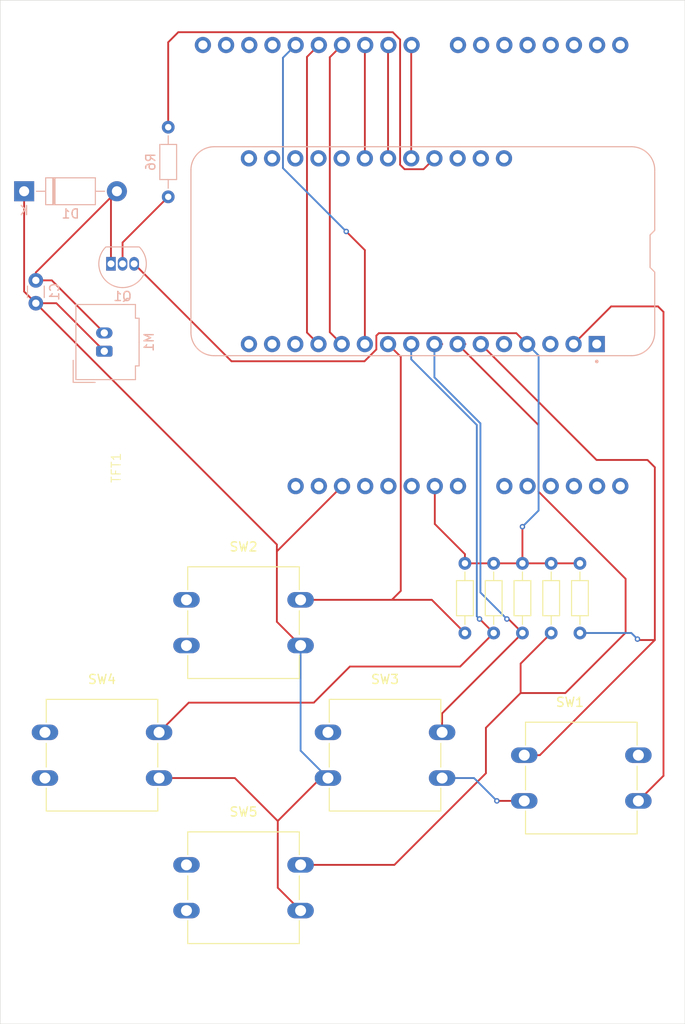
<source format=kicad_pcb>
(kicad_pcb (version 20240108) (generator "pcbnew") (generator_version "8.0")
  (layers (0 "F.Cu" signal) (31 "B.Cu" signal) (34 "B.Paste" user) (35 "F.Paste" user) (36 "B.SilkS" user "B.Silkscreen") (37 "F.SilkS" user "F.Silkscreen") (38 "B.Mask" user) (39 "F.Mask" user) (44 "Edge.Cuts" user))
  (net 0 "")
  (net 1 "Net-(TFT1-D10{slash}TFT_CS)")
  (net 4 "Net-(TFT1-D8{slash}Touch_CS)")
  (net 6 "Net-(TFT1-D12{slash}MISO)")
  (net 8 "Net-(TFT1-D13{slash}SCLK)")
  (net 14 "Net-(TFT1-D9{slash}TFT_DC)")
  (net 16 "Net-(TFT1-D11{slash}MOSI)")
  (net 21 "Net-(U1-A3{slash}0.05)")
  (net 22 "Net-(U1-A1{slash}0.03)")
  (net 23 "Net-(U1-A2{slash}0.04)")
  (net 24 "Net-(U1-A4{slash}0.28)")
  (net 25 "Net-(U1-A5{slash}0.29)")
  (net 26 "Net-(D1-A)")
  (net 27 "Net-(D1-K)")
  (net 28 "Net-(Q1-B)")
  (net 29 "Net-(Q1-E)")
  (net 30 "Net-(U1-P0.16)")
  (footprint "" (layer "F.Cu") (at 182.36 49.206)
    (property "Reference" "" (at 0 0 0) (layer "F.SilkS") (effects (font (size 1.27 1.27))))
    (property "Value" "")
    (pad "" np_thru_hole circle (at 0 0) (size 2.2 2.2) (drill 2.2) (layers "F&B.Cu" "*.Mask"))
  )
  (footprint "" (layer "F.Cu") (at 112.46 156.206)
    (property "Reference" "" (at 0 0 0) (layer "F.SilkS") (effects (font (size 1.27 1.27))))
    (property "Value" "")
    (pad "" np_thru_hole circle (at 0 0) (size 2.2 2.2) (drill 2.2) (layers "F&B.Cu" "*.Mask"))
  )
  (footprint "Resistor_THT:R_Axial_DIN0204_L3.6mm_D1.6mm_P7.62mm_Horizontal" (layer "F.Cu") (at 164.01 108.316 -90)
    (property "Reference" "R4" (hide yes))
    (property "Value" "R" (hide yes))
    (fp_line (start 1.89 0.92) (end 5.73 0.92) (stroke (width 0.12)) (layer "F.SilkS"))
    (fp_line (start 5.73 0.92) (end 5.73 -0.92) (stroke (width 0.12)) (layer "F.SilkS"))
    (fp_line (start 0.94 0) (end 1.89 0) (stroke (width 0.12)) (layer "F.SilkS"))
    (fp_line (start 6.68 0) (end 5.73 0) (stroke (width 0.12)) (layer "F.SilkS"))
    (fp_line (start 1.89 -0.92) (end 1.89 0.92) (stroke (width 0.12)) (layer "F.SilkS"))
    (fp_line (start 5.73 -0.92) (end 1.89 -0.92) (stroke (width 0.12)) (layer "F.SilkS"))
    (pad "1" thru_hole circle (at 0 0 270) (size 1.4 1.4) (drill 0.7) (layers "*.Cu" "*.Mask") (net 29 "Net-(Q1-E)"))
    (pad "2" thru_hole oval (at 7.62 0 270) (size 1.4 1.4) (drill 0.7) (layers "*.Cu" "*.Mask") (net 24 "Net-(U1-A4{slash}0.28)"))
  )
  (footprint "Resistor_THT:R_Axial_DIN0204_L3.6mm_D1.6mm_P7.62mm_Horizontal" (layer "F.Cu") (at 167.16 108.316 -90)
    (property "Reference" "R3" (hide yes))
    (property "Value" "R" (hide yes))
    (fp_line (start 1.89 0.92) (end 5.73 0.92) (stroke (width 0.12)) (layer "F.SilkS"))
    (fp_line (start 5.73 0.92) (end 5.73 -0.92) (stroke (width 0.12)) (layer "F.SilkS"))
    (fp_line (start 0.94 0) (end 1.89 0) (stroke (width 0.12)) (layer "F.SilkS"))
    (fp_line (start 6.68 0) (end 5.73 0) (stroke (width 0.12)) (layer "F.SilkS"))
    (fp_line (start 1.89 -0.92) (end 1.89 0.92) (stroke (width 0.12)) (layer "F.SilkS"))
    (fp_line (start 5.73 -0.92) (end 1.89 -0.92) (stroke (width 0.12)) (layer "F.SilkS"))
    (pad "1" thru_hole circle (at 0 0 270) (size 1.4 1.4) (drill 0.7) (layers "*.Cu" "*.Mask") (net 29 "Net-(Q1-E)"))
    (pad "2" thru_hole oval (at 7.62 0 270) (size 1.4 1.4) (drill 0.7) (layers "*.Cu" "*.Mask") (net 21 "Net-(U1-A3{slash}0.05)"))
  )
  (footprint "Button_Switch_THT:SW_SPST_Omron_B3F-40xx" (layer "F.Cu") (at 130.36 141.306)
    (property "Reference" "SW5" (at 6.25 -5.8 0) (layer "F.SilkS"))
    (property "Value" "SW_Push")
    (fp_line (start 0.14 -3.61) (end 0.14 -1.1) (stroke (width 0.12)) (layer "F.SilkS"))
    (fp_line (start 0.14 -3.61) (end 12.36 -3.61) (stroke (width 0.12)) (layer "F.SilkS"))
    (fp_line (start 0.14 1.2) (end 0.14 3.8) (stroke (width 0.12)) (layer "F.SilkS"))
    (fp_line (start 0.14 6.1) (end 0.14 8.61) (stroke (width 0.12)) (layer "F.SilkS"))
    (fp_line (start 12.36 -3.61) (end 12.36 -1.1) (stroke (width 0.12)) (layer "F.SilkS"))
    (fp_line (start 12.36 1.2) (end 12.36 3.8) (stroke (width 0.12)) (layer "F.SilkS"))
    (fp_line (start 12.36 6.1) (end 12.36 8.61) (stroke (width 0.12)) (layer "F.SilkS"))
    (fp_line (start 12.36 8.61) (end 0.14 8.61) (stroke (width 0.12)) (layer "F.SilkS"))
    (pad "" np_thru_hole circle (at 6.25 -2) (size 1.8 1.8) (drill 1.8) (layers "F&B.Cu" "*.Mask"))
    (pad "" np_thru_hole circle (at 6.25 7) (size 1.8 1.8) (drill 1.8) (layers "F&B.Cu" "*.Mask"))
    (pad "1" thru_hole oval (at 0 0) (size 2.9 1.7) (drill 1.2) (layers "*.Cu" "*.Mask") (net 23 "Net-(U1-A2{slash}0.04)"))
    (pad "1" thru_hole oval (at 12.5 0) (size 2.9 1.7) (drill 1.2) (layers "*.Cu" "*.Mask") (net 23 "Net-(U1-A2{slash}0.04)"))
    (pad "2" thru_hole oval (at 0 5) (size 2.9 1.7) (drill 1.2) (layers "*.Cu" "*.Mask") (net 27 "Net-(D1-K)"))
    (pad "2" thru_hole oval (at 12.5 5) (size 2.9 1.7) (drill 1.2) (layers "*.Cu" "*.Mask") (net 27 "Net-(D1-K)"))
  )
  (footprint "MountingHole:MountingHole_2.2mm_M2" (layer "F.Cu") (at 112.46 156.206)
    (property "Reference" "REF**" (hide yes))
    (property "Value" "2.2mm_M2")
    (pad "" np_thru_hole circle (at 0 0) (size 2.2 2.2) (drill 2.2) (layers "F&B.Cu" "*.Mask"))
  )
  (footprint "Button_Switch_THT:SW_SPST_Omron_B3F-40xx" (layer "F.Cu") (at 145.86 126.806)
    (property "Reference" "SW3" (at 6.25 -5.8 0) (layer "F.SilkS"))
    (property "Value" "SW_Push")
    (fp_line (start 0.14 -3.61) (end 0.14 -1.1) (stroke (width 0.12)) (layer "F.SilkS"))
    (fp_line (start 0.14 -3.61) (end 12.36 -3.61) (stroke (width 0.12)) (layer "F.SilkS"))
    (fp_line (start 0.14 1.2) (end 0.14 3.8) (stroke (width 0.12)) (layer "F.SilkS"))
    (fp_line (start 0.14 6.1) (end 0.14 8.61) (stroke (width 0.12)) (layer "F.SilkS"))
    (fp_line (start 12.36 -3.61) (end 12.36 -1.1) (stroke (width 0.12)) (layer "F.SilkS"))
    (fp_line (start 12.36 1.2) (end 12.36 3.8) (stroke (width 0.12)) (layer "F.SilkS"))
    (fp_line (start 12.36 6.1) (end 12.36 8.61) (stroke (width 0.12)) (layer "F.SilkS"))
    (fp_line (start 12.36 8.61) (end 0.14 8.61) (stroke (width 0.12)) (layer "F.SilkS"))
    (pad "" np_thru_hole circle (at 6.25 -2) (size 1.8 1.8) (drill 1.8) (layers "F&B.Cu" "*.Mask"))
    (pad "" np_thru_hole circle (at 6.25 7) (size 1.8 1.8) (drill 1.8) (layers "F&B.Cu" "*.Mask"))
    (pad "1" thru_hole oval (at 0 0) (size 2.9 1.7) (drill 1.2) (layers "*.Cu" "*.Mask") (net 21 "Net-(U1-A3{slash}0.05)"))
    (pad "1" thru_hole oval (at 12.5 0) (size 2.9 1.7) (drill 1.2) (layers "*.Cu" "*.Mask") (net 21 "Net-(U1-A3{slash}0.05)"))
    (pad "2" thru_hole oval (at 0 5) (size 2.9 1.7) (drill 1.2) (layers "*.Cu" "*.Mask") (net 27 "Net-(D1-K)"))
    (pad "2" thru_hole oval (at 12.5 5) (size 2.9 1.7) (drill 1.2) (layers "*.Cu" "*.Mask") (net 27 "Net-(D1-K)"))
  )
  (footprint "Button_Switch_THT:SW_SPST_Omron_B3F-40xx" (layer "F.Cu") (at 130.36 112.306)
    (property "Reference" "SW2" (at 6.25 -5.8 0) (layer "F.SilkS"))
    (property "Value" "SW_Push")
    (fp_line (start 0.14 -3.61) (end 0.14 -1.1) (stroke (width 0.12)) (layer "F.SilkS"))
    (fp_line (start 0.14 -3.61) (end 12.36 -3.61) (stroke (width 0.12)) (layer "F.SilkS"))
    (fp_line (start 0.14 1.2) (end 0.14 3.8) (stroke (width 0.12)) (layer "F.SilkS"))
    (fp_line (start 0.14 6.1) (end 0.14 8.61) (stroke (width 0.12)) (layer "F.SilkS"))
    (fp_line (start 12.36 -3.61) (end 12.36 -1.1) (stroke (width 0.12)) (layer "F.SilkS"))
    (fp_line (start 12.36 1.2) (end 12.36 3.8) (stroke (width 0.12)) (layer "F.SilkS"))
    (fp_line (start 12.36 6.1) (end 12.36 8.61) (stroke (width 0.12)) (layer "F.SilkS"))
    (fp_line (start 12.36 8.61) (end 0.14 8.61) (stroke (width 0.12)) (layer "F.SilkS"))
    (pad "" np_thru_hole circle (at 6.25 -2) (size 1.8 1.8) (drill 1.8) (layers "F&B.Cu" "*.Mask"))
    (pad "" np_thru_hole circle (at 6.25 7) (size 1.8 1.8) (drill 1.8) (layers "F&B.Cu" "*.Mask"))
    (pad "1" thru_hole oval (at 0 0) (size 2.9 1.7) (drill 1.2) (layers "*.Cu" "*.Mask") (net 25 "Net-(U1-A5{slash}0.29)"))
    (pad "1" thru_hole oval (at 12.5 0) (size 2.9 1.7) (drill 1.2) (layers "*.Cu" "*.Mask") (net 25 "Net-(U1-A5{slash}0.29)"))
    (pad "2" thru_hole oval (at 0 5) (size 2.9 1.7) (drill 1.2) (layers "*.Cu" "*.Mask") (net 27 "Net-(D1-K)"))
    (pad "2" thru_hole oval (at 12.5 5) (size 2.9 1.7) (drill 1.2) (layers "*.Cu" "*.Mask") (net 27 "Net-(D1-K)"))
  )
  (footprint "Button_Switch_THT:SW_SPST_Omron_B3F-40xx" (layer "F.Cu") (at 167.36 129.306)
    (property "Reference" "SW1" (at 5 -5.8 0) (layer "F.SilkS"))
    (property "Value" "SW_Push")
    (fp_line (start 0.14 -3.61) (end 0.14 -1.1) (stroke (width 0.12)) (layer "F.SilkS"))
    (fp_line (start 0.14 -3.61) (end 12.36 -3.61) (stroke (width 0.12)) (layer "F.SilkS"))
    (fp_line (start 0.14 1.2) (end 0.14 3.8) (stroke (width 0.12)) (layer "F.SilkS"))
    (fp_line (start 0.14 6.1) (end 0.14 8.61) (stroke (width 0.12)) (layer "F.SilkS"))
    (fp_line (start 12.36 -3.61) (end 12.36 -1.1) (stroke (width 0.12)) (layer "F.SilkS"))
    (fp_line (start 12.36 1.2) (end 12.36 3.8) (stroke (width 0.12)) (layer "F.SilkS"))
    (fp_line (start 12.36 6.1) (end 12.36 8.61) (stroke (width 0.12)) (layer "F.SilkS"))
    (fp_line (start 12.36 8.61) (end 0.14 8.61) (stroke (width 0.12)) (layer "F.SilkS"))
    (pad "" np_thru_hole circle (at 6.25 -2) (size 1.8 1.8) (drill 1.8) (layers "F&B.Cu" "*.Mask"))
    (pad "" np_thru_hole circle (at 6.25 7) (size 1.8 1.8) (drill 1.8) (layers "F&B.Cu" "*.Mask"))
    (pad "1" thru_hole oval (at 0 0) (size 2.9 1.7) (drill 1.2) (layers "*.Cu" "*.Mask") (net 22 "Net-(U1-A1{slash}0.03)"))
    (pad "1" thru_hole oval (at 12.5 0) (size 2.9 1.7) (drill 1.2) (layers "*.Cu" "*.Mask") (net 22 "Net-(U1-A1{slash}0.03)"))
    (pad "2" thru_hole oval (at 0 5) (size 2.9 1.7) (drill 1.2) (layers "*.Cu" "*.Mask") (net 27 "Net-(D1-K)"))
    (pad "2" thru_hole oval (at 12.5 5) (size 2.9 1.7) (drill 1.2) (layers "*.Cu" "*.Mask") (net 27 "Net-(D1-K)"))
  )
  (footprint "Button_Switch_THT:SW_SPST_Omron_B3F-40xx" (layer "F.Cu") (at 114.86 126.806)
    (property "Reference" "SW4" (at 6.25 -5.8 0) (layer "F.SilkS"))
    (property "Value" "SW_Push")
    (fp_line (start 0.14 -3.61) (end 0.14 -1.1) (stroke (width 0.12)) (layer "F.SilkS"))
    (fp_line (start 0.14 -3.61) (end 12.36 -3.61) (stroke (width 0.12)) (layer "F.SilkS"))
    (fp_line (start 0.14 1.2) (end 0.14 3.8) (stroke (width 0.12)) (layer "F.SilkS"))
    (fp_line (start 0.14 6.1) (end 0.14 8.61) (stroke (width 0.12)) (layer "F.SilkS"))
    (fp_line (start 12.36 -3.61) (end 12.36 -1.1) (stroke (width 0.12)) (layer "F.SilkS"))
    (fp_line (start 12.36 1.2) (end 12.36 3.8) (stroke (width 0.12)) (layer "F.SilkS"))
    (fp_line (start 12.36 6.1) (end 12.36 8.61) (stroke (width 0.12)) (layer "F.SilkS"))
    (fp_line (start 12.36 8.61) (end 0.14 8.61) (stroke (width 0.12)) (layer "F.SilkS"))
    (pad "" np_thru_hole circle (at 6.25 -2) (size 1.8 1.8) (drill 1.8) (layers "F&B.Cu" "*.Mask"))
    (pad "" np_thru_hole circle (at 6.25 7) (size 1.8 1.8) (drill 1.8) (layers "F&B.Cu" "*.Mask"))
    (pad "1" thru_hole oval (at 0 0) (size 2.9 1.7) (drill 1.2) (layers "*.Cu" "*.Mask") (net 24 "Net-(U1-A4{slash}0.28)"))
    (pad "1" thru_hole oval (at 12.5 0) (size 2.9 1.7) (drill 1.2) (layers "*.Cu" "*.Mask") (net 24 "Net-(U1-A4{slash}0.28)"))
    (pad "2" thru_hole oval (at 0 5) (size 2.9 1.7) (drill 1.2) (layers "*.Cu" "*.Mask") (net 27 "Net-(D1-K)"))
    (pad "2" thru_hole oval (at 12.5 5) (size 2.9 1.7) (drill 1.2) (layers "*.Cu" "*.Mask") (net 27 "Net-(D1-K)"))
  )
  (footprint "" (layer "F.Cu") (at 182.46 156.206)
    (property "Reference" "" (at 0 0 0) (layer "F.SilkS") (effects (font (size 1.27 1.27))))
    (property "Value" "")
    (pad "" np_thru_hole circle (at 0 0) (size 2.2 2.2) (drill 2.2) (layers "F&B.Cu" "*.Mask"))
  )
  (footprint "Library:Display-2.8" (layer "F.Cu") (at 177.88 51.606 90)
    (property "Reference" "TFT1" (at -46.26 -55.22 90) (layer "F.SilkS") (effects (font (thickness 0.1))))
    (property "Value" "~" (hide yes))
    (pad "" thru_hole circle (at -48.26 -35.56 90) (size 1.778 1.778) (drill 1) (layers "*.Cu" "*.Mask"))
    (pad "" thru_hole circle (at -48.26 -27.94 90) (size 1.778 1.778) (drill 1) (layers "*.Cu" "*.Mask"))
    (pad "0" thru_hole circle (at 0 0 90) (size 1.778 1.778) (drill 1) (layers "*.Cu" "*.Mask"))
    (pad "1" thru_hole circle (at 0 -2.54 90) (size 1.778 1.778) (drill 1) (layers "*.Cu" "*.Mask"))
    (pad "2" thru_hole circle (at 0 -5.08 90) (size 1.778 1.778) (drill 1) (layers "*.Cu" "*.Mask"))
    (pad "3" thru_hole circle (at 0 -7.62 90) (size 1.778 1.778) (drill 1) (layers "*.Cu" "*.Mask"))
    (pad "4" thru_hole circle (at 0 -10.16 90) (size 1.778 1.778) (drill 1) (layers "*.Cu" "*.Mask"))
    (pad "5" thru_hole circle (at 0 -12.7 90) (size 1.778 1.778) (drill 1) (layers "*.Cu" "*.Mask"))
    (pad "6" thru_hole circle (at 0 -15.24 90) (size 1.778 1.778) (drill 1) (layers "*.Cu" "*.Mask"))
    (pad "7" thru_hole circle (at 0 -17.78 90) (size 1.778 1.778) (drill 1) (layers "*.Cu" "*.Mask"))
    (pad "8" thru_hole circle (at 0 -22.86 90) (size 1.778 1.778) (drill 1) (layers "*.Cu" "*.Mask") (net 4 "Net-(TFT1-D8{slash}Touch_CS)"))
    (pad "9" thru_hole circle (at 0 -25.4 90) (size 1.778 1.778) (drill 1) (layers "*.Cu" "*.Mask") (net 14 "Net-(TFT1-D9{slash}TFT_DC)"))
    (pad "10" thru_hole circle (at 0 -27.94 90) (size 1.778 1.778) (drill 1) (layers "*.Cu" "*.Mask") (net 1 "Net-(TFT1-D10{slash}TFT_CS)"))
    (pad "11" thru_hole circle (at 0 -30.48 90) (size 1.778 1.778) (drill 1) (layers "*.Cu" "*.Mask") (net 16 "Net-(TFT1-D11{slash}MOSI)"))
    (pad "12" thru_hole circle (at 0 -33.02 90) (size 1.778 1.778) (drill 1) (layers "*.Cu" "*.Mask") (net 6 "Net-(TFT1-D12{slash}MISO)"))
    (pad "13" thru_hole circle (at 0 -35.56 90) (size 1.778 1.778) (drill 1) (layers "*.Cu" "*.Mask" "Dwgs.User") (net 8 "Net-(TFT1-D13{slash}SCLK)"))
    (pad "14" thru_hole circle (at 0 -38.1 90) (size 1.778 1.778) (drill 1) (layers "*.Cu" "B.Mask"))
    (pad "15" thru_hole circle (at 0 -40.64 90) (size 1.778 1.778) (drill 1) (layers "*.Cu" "*.Mask"))
    (pad "16" thru_hole circle (at 0 -43.18 90) (size 1.778 1.778) (drill 1) (layers "*.Cu" "*.Mask"))
    (pad "17" thru_hole circle (at 0 -45.72 90) (size 1.778 1.778) (drill 1) (layers "*.Cu" "*.Mask" "F.Paste"))
    (pad "22" thru_hole circle (at -48.26 -17.78 90) (size 1.778 1.778) (drill 1) (layers "*.Cu" "*.Mask"))
    (pad "23" thru_hole circle (at -48.26 -12.7 90) (size 1.778 1.778) (drill 1) (layers "*.Cu" "*.Mask"))
    (pad "24" thru_hole circle (at -48.26 -10.16 90) (size 1.778 1.778) (drill 1) (layers "*.Cu" "*.Mask"))
    (pad "25" thru_hole circle (at -48.26 -7.62 90) (size 1.778 1.778) (drill 1) (layers "*.Cu" "*.Mask"))
    (pad "26" thru_hole circle (at -48.26 -5.08 90) (size 1.778 1.778) (drill 1) (layers "*.Cu" "*.Mask"))
    (pad "27" thru_hole circle (at -48.26 -2.54 90) (size 1.778 1.778) (drill 1) (layers "*.Cu" "*.Mask"))
    (pad "28" thru_hole circle (at -48.26 0 90) (size 1.778 1.778) (drill 1) (layers "*.Cu" "*.Mask"))
    (pad "40" thru_hole circle (at -48.26 -20.32 90) (size 1.778 1.778) (drill 1) (layers "*.Cu" "*.Mask") (net 29 "Net-(Q1-E)"))
    (pad "41" thru_hole circle (at -48.26 -22.86 90) (size 1.778 1.778) (drill 1) (layers "*.Cu" "*.Mask"))
    (pad "50" thru_hole circle (at -48.26 -30.48 90) (size 1.778 1.778) (drill 1) (layers "*.Cu" "*.Mask") (net 27 "Net-(D1-K)"))
    (pad "51" thru_hole circle (at -48.26 -33.02 90) (size 1.778 1.778) (drill 1) (layers "*.Cu" "*.Mask"))
    (pad "67" thru_hole circle (at -48.26 -25.4 90) (size 1.778 1.778) (drill 1) (layers "*.Cu" "*.Mask"))
  )
  (footprint "MountingHole:MountingHole_2.2mm_M2" (layer "F.Cu") (at 182.46 156.206)
    (property "Reference" "REF**" (hide yes))
    (property "Value" "2.2mm_M2")
    (pad "" np_thru_hole circle (at 0 0) (size 2.2 2.2) (drill 2.2) (layers "F&B.Cu" "*.Mask"))
  )
  (footprint "Resistor_THT:R_Axial_DIN0204_L3.6mm_D1.6mm_P7.62mm_Horizontal" (layer "F.Cu") (at 170.31 108.316 -90)
    (property "Reference" "R2" (hide yes))
    (property "Value" "R" (hide yes))
    (fp_line (start 1.89 0.92) (end 5.73 0.92) (stroke (width 0.12)) (layer "F.SilkS"))
    (fp_line (start 5.73 0.92) (end 5.73 -0.92) (stroke (width 0.12)) (layer "F.SilkS"))
    (fp_line (start 0.94 0) (end 1.89 0) (stroke (width 0.12)) (layer "F.SilkS"))
    (fp_line (start 6.68 0) (end 5.73 0) (stroke (width 0.12)) (layer "F.SilkS"))
    (fp_line (start 1.89 -0.92) (end 1.89 0.92) (stroke (width 0.12)) (layer "F.SilkS"))
    (fp_line (start 5.73 -0.92) (end 1.89 -0.92) (stroke (width 0.12)) (layer "F.SilkS"))
    (pad "1" thru_hole circle (at 0 0 270) (size 1.4 1.4) (drill 0.7) (layers "*.Cu" "*.Mask") (net 29 "Net-(Q1-E)"))
    (pad "2" thru_hole oval (at 7.62 0 270) (size 1.4 1.4) (drill 0.7) (layers "*.Cu" "*.Mask") (net 23 "Net-(U1-A2{slash}0.04)"))
  )
  (footprint "MountingHole:MountingHole_2.2mm_M2" (layer "F.Cu") (at 112.46 49.206)
    (property "Reference" "REF**" (hide yes))
    (property "Value" "2.2mm_M2")
    (pad "" np_thru_hole circle (at 0 0) (size 2.2 2.2) (drill 2.2) (layers "*.Cu" "*.Mask"))
  )
  (footprint "MountingHole:MountingHole_2.2mm_M2" (layer "F.Cu") (at 182.36 49.206)
    (property "Reference" "REF**" (hide yes))
    (property "Value" "2.2mm_M2")
    (pad "" np_thru_hole circle (at 0 0) (size 2.2 2.2) (drill 2.2) (layers "F&B.Cu" "*.Mask"))
  )
  (footprint "Resistor_THT:R_Axial_DIN0204_L3.6mm_D1.6mm_P7.62mm_Horizontal" (layer "F.Cu") (at 173.46 108.316 -90)
    (property "Reference" "R1" (hide yes))
    (property "Value" "R" (hide yes))
    (fp_line (start 1.89 0.92) (end 5.73 0.92) (stroke (width 0.12)) (layer "F.SilkS"))
    (fp_line (start 5.73 0.92) (end 5.73 -0.92) (stroke (width 0.12)) (layer "F.SilkS"))
    (fp_line (start 0.94 0) (end 1.89 0) (stroke (width 0.12)) (layer "F.SilkS"))
    (fp_line (start 6.68 0) (end 5.73 0) (stroke (width 0.12)) (layer "F.SilkS"))
    (fp_line (start 1.89 -0.92) (end 1.89 0.92) (stroke (width 0.12)) (layer "F.SilkS"))
    (fp_line (start 5.73 -0.92) (end 1.89 -0.92) (stroke (width 0.12)) (layer "F.SilkS"))
    (pad "1" thru_hole circle (at 0 0 270) (size 1.4 1.4) (drill 0.7) (layers "*.Cu" "*.Mask") (net 29 "Net-(Q1-E)"))
    (pad "2" thru_hole oval (at 7.62 0 270) (size 1.4 1.4) (drill 0.7) (layers "*.Cu" "*.Mask") (net 22 "Net-(U1-A1{slash}0.03)"))
  )
  (footprint "Resistor_THT:R_Axial_DIN0204_L3.6mm_D1.6mm_P7.62mm_Horizontal" (layer "F.Cu") (at 160.86 108.316 -90)
    (property "Reference" "R5" (hide yes))
    (property "Value" "R" (hide yes))
    (fp_line (start 1.89 0.92) (end 5.73 0.92) (stroke (width 0.12)) (layer "F.SilkS"))
    (fp_line (start 5.73 0.92) (end 5.73 -0.92) (stroke (width 0.12)) (layer "F.SilkS"))
    (fp_line (start 0.94 0) (end 1.89 0) (stroke (width 0.12)) (layer "F.SilkS"))
    (fp_line (start 6.68 0) (end 5.73 0) (stroke (width 0.12)) (layer "F.SilkS"))
    (fp_line (start 1.89 -0.92) (end 1.89 0.92) (stroke (width 0.12)) (layer "F.SilkS"))
    (fp_line (start 5.73 -0.92) (end 1.89 -0.92) (stroke (width 0.12)) (layer "F.SilkS"))
    (pad "1" thru_hole circle (at 0 0 270) (size 1.4 1.4) (drill 0.7) (layers "*.Cu" "*.Mask") (net 29 "Net-(Q1-E)"))
    (pad "2" thru_hole oval (at 7.62 0 270) (size 1.4 1.4) (drill 0.7) (layers "*.Cu" "*.Mask") (net 25 "Net-(U1-A5{slash}0.29)"))
  )
  (footprint "Diode_THT:D_DO-41_SOD81_P10.16mm_Horizontal" (layer "B.Cu") (at 112.58 67.606)
    (property "Reference" "D1" (at 5.08 2.47 0) (layer "B.SilkS") (effects (justify mirror)))
    (property "Value" "1N4001")
    (fp_line (start 2.36 -1.47) (end 2.36 1.47) (stroke (width 0.12)) (layer "B.SilkS"))
    (fp_line (start 2.36 0) (end 1.34 0) (stroke (width 0.12)) (layer "B.SilkS"))
    (fp_line (start 2.36 1.47) (end 7.8 1.47) (stroke (width 0.12)) (layer "B.SilkS"))
    (fp_line (start 3.14 -1.47) (end 3.14 1.47) (stroke (width 0.12)) (layer "B.SilkS"))
    (fp_line (start 3.26 -1.47) (end 3.26 1.47) (stroke (width 0.12)) (layer "B.SilkS"))
    (fp_line (start 3.38 -1.47) (end 3.38 1.47) (stroke (width 0.12)) (layer "B.SilkS"))
    (fp_line (start 7.8 -1.47) (end 2.36 -1.47) (stroke (width 0.12)) (layer "B.SilkS"))
    (fp_line (start 7.8 0) (end 8.82 0) (stroke (width 0.12)) (layer "B.SilkS"))
    (fp_line (start 7.8 1.47) (end 7.8 -1.47) (stroke (width 0.12)) (layer "B.SilkS"))
    (fp_text user "K" (at 0 2.1 0) (layer "B.SilkS") (effects (justify mirror)))
    (pad "1" thru_hole rect (at 0 0) (size 2.2 2.2) (drill 1.1) (layers "*.Cu" "*.Mask") (net 27 "Net-(D1-K)"))
    (pad "2" thru_hole oval (at 10.16 0) (size 2.2 2.2) (drill 1.1) (layers "*.Cu" "*.Mask") (net 26 "Net-(D1-A)"))
  )
  (footprint "Package_TO_SOT_THT:TO-92_Inline" (layer "B.Cu") (at 122.09 75.546)
    (property "Reference" "Q1" (at 1.27 3.56 0) (layer "B.SilkS") (effects (justify mirror)))
    (property "Value" "BC547")
    (fp_line (start 3.07 -1.85) (end -0.53 -1.85) (stroke (width 0.12)) (layer "B.SilkS"))
    (fp_arc (start 1.27 2.6) (mid -1.132087 0.994977) (end -0.568478 -1.838478) (stroke (width 0.12)) (layer "B.SilkS"))
    (fp_arc (start 3.108478 -1.838478) (mid 3.672087 0.994977) (end 1.27 2.6) (stroke (width 0.12)) (layer "B.SilkS"))
    (pad "1" thru_hole rect (at 0 0) (size 1.05 1.5) (drill 0.75) (layers "*.Cu" "*.Mask") (net 26 "Net-(D1-A)"))
    (pad "2" thru_hole oval (at 1.27 0) (size 1.05 1.5) (drill 0.75) (layers "*.Cu" "*.Mask") (net 28 "Net-(Q1-B)"))
    (pad "3" thru_hole oval (at 2.54 0) (size 1.05 1.5) (drill 0.75) (layers "*.Cu" "*.Mask") (net 29 "Net-(Q1-E)"))
  )
  (footprint "Library:MODULE_3406" (layer "B.Cu") (at 156.25 74.166 90)
    (property "Reference" "U1" (hide yes))
    (property "Value" "3406")
    (fp_line (start 8.89 -25.4) (end -8.89 -25.4) (stroke (width 0.127)) (layer "B.SilkS"))
    (fp_line (start -11.43 -22.86) (end -11.43 22.86) (stroke (width 0.127)) (layer "B.SilkS"))
    (fp_line (start 11.43 22.86) (end 11.43 -22.86) (stroke (width 0.127)) (layer "B.SilkS"))
    (fp_line (start 1.778 24.892) (end 2.286 25.4) (stroke (width 0.127)) (layer "B.SilkS"))
    (fp_line (start -1.778 24.892) (end 1.778 24.892) (stroke (width 0.127)) (layer "B.SilkS"))
    (fp_line (start 2.286 25.4) (end 8.89 25.4) (stroke (width 0.127)) (layer "B.SilkS"))
    (fp_line (start -2.286 25.4) (end -1.778 24.892) (stroke (width 0.127)) (layer "B.SilkS"))
    (fp_line (start -8.89 25.4) (end -2.286 25.4) (stroke (width 0.127)) (layer "B.SilkS"))
    (fp_arc (start 8.89 -25.4) (mid 10.686051 -24.656051) (end 11.43 -22.86) (stroke (width 0.127)) (layer "B.SilkS"))
    (fp_arc (start -11.43 -22.86) (mid -10.686051 -24.656051) (end -8.89 -25.4) (stroke (width 0.127)) (layer "B.SilkS"))
    (fp_arc (start 11.43 22.86) (mid 10.686051 24.656051) (end 8.89 25.4) (stroke (width 0.127)) (layer "B.SilkS"))
    (fp_arc (start -8.89 25.4) (mid -10.686051 24.656051) (end -11.43 22.86) (stroke (width 0.127)) (layer "B.SilkS"))
    (fp_circle (center -12.065 19.05) (end -11.965 19.05) (stroke (width 0.2)) (fill none) (layer "B.SilkS"))
    (pad "1" thru_hole rect (at -10.16 19.05 90) (size 1.778 1.778) (drill 1) (layers "*.Cu" "*.Mask"))
    (pad "2" thru_hole circle (at -10.16 16.51 90) (size 1.778 1.778) (drill 1) (layers "*.Cu" "*.Mask") (net 27 "Net-(D1-K)"))
    (pad "3" thru_hole circle (at -10.16 13.97 90) (size 1.778 1.778) (drill 1) (layers "*.Cu" "*.Mask") (net 27 "Net-(D1-K)"))
    (pad "4" thru_hole circle (at -10.16 11.43 90) (size 1.778 1.778) (drill 1) (layers "*.Cu" "*.Mask") (net 29 "Net-(Q1-E)"))
    (pad "5" thru_hole circle (at -10.16 8.89 90) (size 1.778 1.778) (drill 1) (layers "*.Cu" "*.Mask"))
    (pad "6" thru_hole circle (at -10.16 6.35 90) (size 1.778 1.778) (drill 1) (layers "*.Cu" "*.Mask") (net 22 "Net-(U1-A1{slash}0.03)"))
    (pad "7" thru_hole circle (at -10.16 3.81 90) (size 1.778 1.778) (drill 1) (layers "*.Cu" "*.Mask") (net 23 "Net-(U1-A2{slash}0.04)"))
    (pad "8" thru_hole circle (at -10.16 1.27 90) (size 1.778 1.778) (drill 1) (layers "*.Cu" "*.Mask") (net 21 "Net-(U1-A3{slash}0.05)"))
    (pad "9" thru_hole circle (at -10.16 -1.27 90) (size 1.778 1.778) (drill 1) (layers "*.Cu" "*.Mask") (net 24 "Net-(U1-A4{slash}0.28)"))
    (pad "10" thru_hole circle (at -10.16 -3.81 90) (size 1.778 1.778) (drill 1) (layers "*.Cu" "*.Mask") (net 25 "Net-(U1-A5{slash}0.29)"))
    (pad "11" thru_hole circle (at -10.16 -6.35 90) (size 1.778 1.778) (drill 1) (layers "*.Cu" "*.Mask") (net 8 "Net-(TFT1-D13{slash}SCLK)"))
    (pad "12" thru_hole circle (at -10.16 -8.89 90) (size 1.778 1.778) (drill 1) (layers "*.Cu" "*.Mask") (net 16 "Net-(TFT1-D11{slash}MOSI)"))
    (pad "13" thru_hole circle (at -10.16 -11.43 90) (size 1.778 1.778) (drill 1) (layers "*.Cu" "*.Mask") (net 6 "Net-(TFT1-D12{slash}MISO)"))
    (pad "14" thru_hole circle (at -10.16 -13.97 90) (size 1.778 1.778) (drill 1) (layers "*.Cu" "*.Mask"))
    (pad "15" thru_hole circle (at -10.16 -16.51 90) (size 1.778 1.778) (drill 1) (layers "*.Cu" "*.Mask"))
    (pad "16" thru_hole circle (at -10.16 -19.05 90) (size 1.778 1.778) (drill 1) (layers "*.Cu" "*.Mask"))
    (pad "17" thru_hole circle (at 10.16 -19.05 90) (size 1.778 1.778) (drill 1) (layers "*.Cu" "*.Mask"))
    (pad "18" thru_hole circle (at 10.16 -16.51 90) (size 1.778 1.778) (drill 1) (layers "*.Cu" "*.Mask"))
    (pad "19" thru_hole circle (at 10.16 -13.97 90) (size 1.778 1.778) (drill 1) (layers "*.Cu" "*.Mask"))
    (pad "20" thru_hole circle (at 10.16 -11.43 90) (size 1.778 1.778) (drill 1) (layers "*.Cu" "*.Mask"))
    (pad "21" thru_hole circle (at 10.16 -8.89 90) (size 1.778 1.778) (drill 1) (layers "*.Cu" "*.Mask"))
    (pad "22" thru_hole circle (at 10.16 -6.35 90) (size 1.778 1.778) (drill 1) (layers "*.Cu" "*.Mask") (net 1 "Net-(TFT1-D10{slash}TFT_CS)"))
    (pad "23" thru_hole circle (at 10.16 -3.81 90) (size 1.778 1.778) (drill 1) (layers "*.Cu" "*.Mask") (net 14 "Net-(TFT1-D9{slash}TFT_DC)"))
    (pad "24" thru_hole circle (at 10.16 -1.27 90) (size 1.778 1.778) (drill 1) (layers "*.Cu" "*.Mask") (net 4 "Net-(TFT1-D8{slash}Touch_CS)"))
    (pad "25" thru_hole circle (at 10.16 1.27 90) (size 1.778 1.778) (drill 1) (layers "*.Cu" "*.Mask") (net 30 "Net-(U1-P0.16)"))
    (pad "26" thru_hole circle (at 10.16 3.81 90) (size 1.778 1.778) (drill 1) (layers "*.Cu" "*.Mask"))
    (pad "27" thru_hole circle (at 10.16 6.35 90) (size 1.778 1.778) (drill 1) (layers "*.Cu" "*.Mask"))
    (pad "28" thru_hole circle (at 10.16 8.89 90) (size 1.778 1.778) (drill 1) (layers "*.Cu" "*.Mask"))
  )
  (footprint "Connector_Molex:Molex_MicroClasp_55932-0210_1x02_P2.00mm_Vertical" (layer "B.Cu") (at 121.36 85.106 90)
    (property "Reference" "M1" (at 1 4.9 90) (layer "B.SilkS") (effects (justify mirror)))
    (property "Value" "Motor_DC")
    (fp_line (start -1 -3.41) (end -3.41 -3.41) (stroke (width 0.12)) (layer "B.SilkS"))
    (fp_line (start -3.41 -3.41) (end -3.41 -1) (stroke (width 0.12)) (layer "B.SilkS"))
    (fp_line (start 5.11 -3.11) (end 5.11 3.41) (stroke (width 0.12)) (layer "B.SilkS"))
    (fp_line (start 1 -3.11) (end 5.11 -3.11) (stroke (width 0.12)) (layer "B.SilkS"))
    (fp_line (start 1 -3.11) (end -3.11 -3.11) (stroke (width 0.12)) (layer "B.SilkS"))
    (fp_line (start -3.11 -3.11) (end -3.11 3.41) (stroke (width 0.12)) (layer "B.SilkS"))
    (fp_line (start 5.11 3.41) (end 3.61 3.41) (stroke (width 0.12)) (layer "B.SilkS"))
    (fp_line (start 3.61 3.41) (end 3.61 3.81) (stroke (width 0.12)) (layer "B.SilkS"))
    (fp_line (start -1.61 3.41) (end -1.61 3.81) (stroke (width 0.12)) (layer "B.SilkS"))
    (fp_line (start -3.11 3.41) (end -1.61 3.41) (stroke (width 0.12)) (layer "B.SilkS"))
    (fp_line (start 3.61 3.81) (end 1 3.81) (stroke (width 0.12)) (layer "B.SilkS"))
    (fp_line (start -1.61 3.81) (end 1 3.81) (stroke (width 0.12)) (layer "B.SilkS"))
    (pad "" np_thru_hole circle (at 4 1.9 90) (size 1.3 1.3) (drill 1.3) (layers "*.Cu" "*.Mask"))
    (pad "1" thru_hole roundrect (at 0 0 90) (size 1.2 1.8) (drill 0.8) (layers "*.Cu" "*.Mask") (roundrect_rratio 0.208333) (net 27 "Net-(D1-K)"))
    (pad "2" thru_hole oval (at 2 0 90) (size 1.2 1.8) (drill 0.8) (layers "*.Cu" "*.Mask") (net 26 "Net-(D1-A)"))
  )
  (footprint "Resistor_THT:R_Axial_DIN0204_L3.6mm_D1.6mm_P7.62mm_Horizontal" (layer "B.Cu") (at 128.36 60.596 -90)
    (property "Reference" "R6" (at 3.81 1.92 90) (layer "B.SilkS") (effects (justify mirror)))
    (property "Value" "R")
    (fp_line (start 1.89 0.92) (end 5.73 0.92) (stroke (width 0.12)) (layer "B.SilkS"))
    (fp_line (start 5.73 0.92) (end 5.73 -0.92) (stroke (width 0.12)) (layer "B.SilkS"))
    (fp_line (start 1.89 0) (end 0.94 0) (stroke (width 0.12)) (layer "B.SilkS"))
    (fp_line (start 5.73 0) (end 6.68 0) (stroke (width 0.12)) (layer "B.SilkS"))
    (fp_line (start 1.89 -0.92) (end 1.89 0.92) (stroke (width 0.12)) (layer "B.SilkS"))
    (fp_line (start 5.73 -0.92) (end 1.89 -0.92) (stroke (width 0.12)) (layer "B.SilkS"))
    (pad "1" thru_hole circle (at 0 0 270) (size 1.4 1.4) (drill 0.7) (layers "*.Cu" "*.Mask") (net 30 "Net-(U1-P0.16)"))
    (pad "2" thru_hole oval (at 7.62 0 270) (size 1.4 1.4) (drill 0.7) (layers "*.Cu" "*.Mask") (net 28 "Net-(Q1-B)"))
  )
  (footprint "Capacitor_THT:C_Disc_D3.0mm_W1.6mm_P2.50mm" (layer "B.Cu") (at 113.86 79.856 90)
    (property "Reference" "C1" (at 1.25 2.05 -90) (layer "B.SilkS") (effects (justify mirror)))
    (property "Value" "C")
    (fp_line (start 1.879 -0.92) (end 0.621 -0.92) (stroke (width 0.12)) (layer "B.SilkS"))
    (fp_line (start 1.879 0.92) (end 0.621 0.92) (stroke (width 0.12)) (layer "B.SilkS"))
    (pad "1" thru_hole circle (at 0 0 90) (size 1.6 1.6) (drill 0.8) (layers "*.Cu" "*.Mask") (net 27 "Net-(D1-K)"))
    (pad "2" thru_hole circle (at 2.5 0 90) (size 1.6 1.6) (drill 0.8) (layers "*.Cu" "*.Mask") (net 26 "Net-(D1-A)"))
  )
  (gr_line (start 184.96 46.706) (end 184.96 158.706) (stroke (width 0.05)) (layer "Edge.Cuts"))
  (gr_line (start 109.96 46.706) (end 184.96 46.706) (stroke (width 0.05)) (layer "Edge.Cuts"))
  (gr_line (start 109.96 158.706) (end 109.96 46.706) (stroke (width 0.05)) (layer "Edge.Cuts"))
  (gr_line (start 109.96 158.706) (end 184.96 158.706) (stroke (width 0.05)) (layer "Edge.Cuts"))
  (segment (start 149.9 51.646) (end 149.94 51.606) (width 0.2) (layer "F.Cu") (net 1))
  (segment (start 149.9 64.006) (end 149.9 51.646) (width 0.2) (layer "F.Cu") (net 1))
  (segment (start 154.98 64.006) (end 154.98 51.646) (width 0.2) (layer "F.Cu") (net 4))
  (segment (start 154.98 51.646) (end 155.02 51.606) (width 0.2) (layer "F.Cu") (net 4))
  (segment (start 144.82 84.326) (end 143.56 83.066) (width 0.2) (layer "F.Cu") (net 6))
  (segment (start 143.56 83.066) (end 143.56 52.906) (width 0.2) (layer "F.Cu") (net 6))
  (segment (start 144.88 84.386) (end 144.82 84.326) (width 0.2) (layer "F.Cu") (net 6))
  (segment (start 143.56 52.906) (end 144.86 51.606) (width 0.2) (layer "F.Cu") (net 6))
  (segment (start 149.9 74.046) (end 147.86 72.006) (width 0.2) (layer "F.Cu") (net 8))
  (segment (start 149.9 84.326) (end 149.9 74.046) (width 0.2) (layer "F.Cu") (net 8))
  (via (at 147.86 72.006) (size 0.6) (drill 0.3) (layers "F.Cu" "B.Cu") (net 8))
  (segment (start 140.929 52.997) (end 142.32 51.606) (width 0.2) (layer "B.Cu") (net 8))
  (segment (start 140.929 65.075) (end 140.929 52.997) (width 0.2) (layer "B.Cu") (net 8))
  (segment (start 147.86 72.006) (end 140.929 65.075) (width 0.2) (layer "B.Cu") (net 8))
  (segment (start 152.44 51.646) (end 152.48 51.606) (width 0.2) (layer "F.Cu") (net 14))
  (segment (start 152.44 64.006) (end 152.44 51.646) (width 0.2) (layer "F.Cu") (net 14))
  (segment (start 146.06 83.026) (end 146.06 52.946) (width 0.2) (layer "F.Cu") (net 16))
  (segment (start 146.06 52.946) (end 147.4 51.606) (width 0.2) (layer "F.Cu") (net 16))
  (segment (start 147.36 84.326) (end 146.06 83.026) (width 0.2) (layer "F.Cu") (net 16))
  (segment (start 158.36 124.736) (end 167.16 115.936) (width 0.2) (layer "F.Cu") (net 21))
  (segment (start 165.46 114.406) (end 165.63 114.406) (width 0.2) (layer "F.Cu") (net 21))
  (segment (start 158.36 126.806) (end 158.36 124.736) (width 0.2) (layer "F.Cu") (net 21))
  (segment (start 165.63 114.406) (end 167.16 115.936) (width 0.2) (layer "F.Cu") (net 21))
  (segment (start 157.52 84.326) (end 158.3785 84.326) (width 0.2) (layer "F.Cu") (net 21))
  (via (at 165.46 114.406) (size 0.6) (drill 0.3) (layers "F.Cu" "B.Cu") (net 21))
  (segment (start 162.56 93.006) (end 157.52 87.966) (width 0.2) (layer "B.Cu") (net 21))
  (segment (start 162.56 111.506) (end 162.56 93.006) (width 0.2) (layer "B.Cu") (net 21))
  (segment (start 157.52 87.966) (end 157.52 84.326) (width 0.2) (layer "B.Cu") (net 21))
  (segment (start 165.46 114.406) (end 162.56 111.506) (width 0.2) (layer "B.Cu") (net 21))
  (segment (start 175.28 97.006) (end 162.6 84.326) (width 0.2) (layer "F.Cu") (net 22))
  (segment (start 162.6 84.326) (end 162.88 84.326) (width 0.2) (layer "F.Cu") (net 22))
  (segment (start 181.66 116.706) (end 181.66 97.806) (width 0.2) (layer "F.Cu") (net 22))
  (segment (start 169.06 129.306) (end 181.66 116.706) (width 0.2) (layer "F.Cu") (net 22))
  (segment (start 181.66 97.806) (end 180.86 97.006) (width 0.2) (layer "F.Cu") (net 22))
  (segment (start 181.66 116.706) (end 179.86 116.706) (width 0.2) (layer "F.Cu") (net 22))
  (segment (start 180.86 97.006) (end 175.28 97.006) (width 0.2) (layer "F.Cu") (net 22))
  (segment (start 179.86 116.706) (end 179.76 116.606) (width 0.2) (layer "F.Cu") (net 22))
  (segment (start 167.36 129.306) (end 169.06 129.306) (width 0.2) (layer "F.Cu") (net 22))
  (via (at 179.76 116.606) (size 0.6) (drill 0.3) (layers "F.Cu" "B.Cu") (net 22))
  (segment (start 179.76 116.606) (end 179.09 115.936) (width 0.2) (layer "B.Cu") (net 22))
  (segment (start 179.09 115.936) (end 173.46 115.936) (width 0.2) (layer "B.Cu") (net 22))
  (segment (start 178.46 110.006) (end 168.929 100.475) (width 0.2) (layer "F.Cu") (net 23))
  (segment (start 142.86 141.306) (end 153.133654 141.306) (width 0.2) (layer "F.Cu") (net 23))
  (segment (start 163.16 131.279654) (end 163.16 126.306) (width 0.2) (layer "F.Cu") (net 23))
  (segment (start 166.96 122.506) (end 166.96 119.286) (width 0.2) (layer "F.Cu") (net 23))
  (segment (start 160.06 84.326) (end 160.9185 84.326) (width 0.2) (layer "F.Cu") (net 23))
  (segment (start 168.929 100.475) (end 168.929 93.195) (width 0.2) (layer "F.Cu") (net 23))
  (segment (start 171.86 122.506) (end 178.46 115.906) (width 0.2) (layer "F.Cu") (net 23))
  (segment (start 166.96 122.506) (end 171.86 122.506) (width 0.2) (layer "F.Cu") (net 23))
  (segment (start 178.46 115.906) (end 178.46 110.006) (width 0.2) (layer "F.Cu") (net 23))
  (segment (start 163.16 126.306) (end 166.96 122.506) (width 0.2) (layer "F.Cu") (net 23))
  (segment (start 166.96 119.286) (end 170.31 115.936) (width 0.2) (layer "F.Cu") (net 23))
  (segment (start 168.929 93.195) (end 160.06 84.326) (width 0.2) (layer "F.Cu") (net 23))
  (segment (start 153.133654 141.306) (end 163.16 131.279654) (width 0.2) (layer "F.Cu") (net 23))
  (segment (start 162.48 114.406) (end 162.46 114.406) (width 0.2) (layer "F.Cu") (net 24))
  (segment (start 160.34 119.606) (end 164.01 115.936) (width 0.2) (layer "F.Cu") (net 24))
  (segment (start 144.31 123.556) (end 148.26 119.606) (width 0.2) (layer "F.Cu") (net 24))
  (segment (start 130.61 123.556) (end 144.31 123.556) (width 0.2) (layer "F.Cu") (net 24))
  (segment (start 127.36 126.806) (end 130.61 123.556) (width 0.2) (layer "F.Cu") (net 24))
  (segment (start 148.26 119.606) (end 160.34 119.606) (width 0.2) (layer "F.Cu") (net 24))
  (segment (start 164.01 115.936) (end 162.48 114.406) (width 0.2) (layer "F.Cu") (net 24))
  (via (at 162.46 114.406) (size 0.6) (drill 0.3) (layers "F.Cu" "B.Cu") (net 24))
  (segment (start 162.16 93.171686) (end 154.98 85.991686) (width 0.2) (layer "B.Cu") (net 24))
  (segment (start 162.16 114.106) (end 162.16 93.171686) (width 0.2) (layer "B.Cu") (net 24))
  (segment (start 154.98 85.991686) (end 154.98 84.326) (width 0.2) (layer "B.Cu") (net 24))
  (segment (start 162.46 114.406) (end 162.16 114.106) (width 0.2) (layer "B.Cu") (net 24))
  (segment (start 142.86 112.306) (end 152.86 112.306) (width 0.2) (layer "F.Cu") (net 25))
  (segment (start 157.23 112.306) (end 160.86 115.936) (width 0.2) (layer "F.Cu") (net 25))
  (segment (start 153.831 85.717) (end 152.44 84.326) (width 0.2) (layer "F.Cu") (net 25))
  (segment (start 152.86 112.306) (end 157.23 112.306) (width 0.2) (layer "F.Cu") (net 25))
  (segment (start 152.86 112.306) (end 153.831 111.335) (width 0.2) (layer "F.Cu") (net 25))
  (segment (start 153.831 111.335) (end 153.831 85.717) (width 0.2) (layer "F.Cu") (net 25))
  (segment (start 122.09 68.256) (end 122.74 67.606) (width 0.2) (layer "F.Cu") (net 26))
  (segment (start 115.61 77.356) (end 121.36 83.106) (width 0.2) (layer "F.Cu") (net 26))
  (segment (start 113.86 77.356) (end 115.61 77.356) (width 0.2) (layer "F.Cu") (net 26))
  (segment (start 113.86 77.356) (end 113.86 76.486) (width 0.2) (layer "F.Cu") (net 26))
  (segment (start 113.86 76.486) (end 122.74 67.606) (width 0.2) (layer "F.Cu") (net 26))
  (segment (start 122.09 75.546) (end 122.09 68.256) (width 0.2) (layer "F.Cu") (net 26))
  (segment (start 145.06 131.806) (end 145.86 131.806) (width 0.2) (layer "F.Cu") (net 27))
  (segment (start 127.36 131.806) (end 135.66 131.806) (width 0.2) (layer "F.Cu") (net 27))
  (segment (start 140.36 136.506) (end 140.36 137.306) (width 0.2) (layer "F.Cu") (net 27))
  (segment (start 167.36 134.306) (end 164.56 134.306) (width 0.2) (layer "F.Cu") (net 27))
  (segment (start 135.66 131.806) (end 140.36 136.506) (width 0.2) (layer "F.Cu") (net 27))
  (segment (start 140.26 114.706) (end 140.26 107.006) (width 0.2) (layer "F.Cu") (net 27))
  (segment (start 147.3 99.866) (end 147.4 99.866) (width 0.2) (layer "F.Cu") (net 27))
  (segment (start 140.36 136.506) (end 145.06 131.806) (width 0.2) (layer "F.Cu") (net 27))
  (segment (start 113.86 79.856) (end 112.58 78.576) (width 0.2) (layer "F.Cu") (net 27))
  (segment (start 164.46 134.406) (end 164.36 134.306) (width 0.2) (layer "F.Cu") (net 27))
  (segment (start 140.36 143.806) (end 140.36 137.306) (width 0.2) (layer "F.Cu") (net 27))
  (segment (start 142.86 117.306) (end 140.26 114.706) (width 0.2) (layer "F.Cu") (net 27))
  (segment (start 140.26 107.006) (end 147.4 99.866) (width 0.2) (layer "F.Cu") (net 27))
  (segment (start 116.11 79.856) (end 121.36 85.106) (width 0.2) (layer "F.Cu") (net 27))
  (segment (start 142.86 146.306) (end 140.36 143.806) (width 0.2) (layer "F.Cu") (net 27))
  (segment (start 113.86 79.856) (end 140.26 106.256) (width 0.2) (layer "F.Cu") (net 27))
  (segment (start 172.76 84.326) (end 176.88 80.206) (width 0.2) (layer "F.Cu") (net 27))
  (segment (start 140.26 106.256) (end 140.26 107.006) (width 0.2) (layer "F.Cu") (net 27))
  (segment (start 113.86 79.856) (end 116.11 79.856) (width 0.2) (layer "F.Cu") (net 27))
  (segment (start 182.01 80.206) (end 182.61 80.806) (width 0.2) (layer "F.Cu") (net 27))
  (segment (start 164.56 134.306) (end 164.46 134.406) (width 0.2) (layer "F.Cu") (net 27))
  (segment (start 182.61 131.556) (end 179.86 134.306) (width 0.2) (layer "F.Cu") (net 27))
  (segment (start 182.61 80.806) (end 182.61 131.556) (width 0.2) (layer "F.Cu") (net 27))
  (segment (start 142.86 146.306) (end 143.11 146.056) (width 0.2) (layer "F.Cu") (net 27))
  (segment (start 112.58 78.576) (end 112.58 67.606) (width 0.2) (layer "F.Cu") (net 27))
  (segment (start 147.36 99.246) (end 147.42 99.306) (width 0.2) (layer "F.Cu") (net 27))
  (segment (start 176.88 80.206) (end 182.01 80.206) (width 0.2) (layer "F.Cu") (net 27))
  (via (at 164.36 134.306) (size 0.6) (drill 0.3) (layers "F.Cu" "B.Cu") (net 27))
  (segment (start 142.86 128.806) (end 145.86 131.806) (width 0.2) (layer "B.Cu") (net 27))
  (segment (start 164.36 134.306) (end 161.86 131.806) (width 0.2) (layer "B.Cu") (net 27))
  (segment (start 142.86 117.306) (end 142.86 128.806) (width 0.2) (layer "B.Cu") (net 27))
  (segment (start 161.86 131.806) (end 158.36 131.806) (width 0.2) (layer "B.Cu") (net 27))
  (segment (start 123.36 75.546) (end 123.36 73.216) (width 0.2) (layer "F.Cu") (net 28))
  (segment (start 123.36 73.216) (end 128.36 68.216) (width 0.2) (layer "F.Cu") (net 28))
  (segment (start 124.63 75.546) (end 135.29 86.206) (width 0.2) (layer "F.Cu") (net 29))
  (segment (start 166.491 83.137) (end 167.68 84.326) (width 0.2) (layer "F.Cu") (net 29))
  (segment (start 149.8635 86.206) (end 151.16 84.9095) (width 0.2) (layer "F.Cu") (net 29))
  (segment (start 151.16 84.9095) (end 151.16 83.406) (width 0.2) (layer "F.Cu") (net 29))
  (segment (start 135.29 86.206) (end 149.8635 86.206) (width 0.2) (layer "F.Cu") (net 29))
  (segment (start 160.86 108.316) (end 164.01 108.316) (width 0.2) (layer "F.Cu") (net 29))
  (segment (start 167.16 108.316) (end 167.16 104.306) (width 0.2) (layer "F.Cu") (net 29))
  (segment (start 167.16 108.316) (end 164.01 108.316) (width 0.2) (layer "F.Cu") (net 29))
  (segment (start 157.56 104.006) (end 157.56 99.866) (width 0.2) (layer "F.Cu") (net 29))
  (segment (start 151.429 83.137) (end 166.491 83.137) (width 0.2) (layer "F.Cu") (net 29))
  (segment (start 151.16 83.406) (end 151.429 83.137) (width 0.2) (layer "F.Cu") (net 29))
  (segment (start 160.86 108.316) (end 160.86 107.306) (width 0.2) (layer "F.Cu") (net 29))
  (segment (start 167.16 108.316) (end 170.31 108.316) (width 0.2) (layer "F.Cu") (net 29))
  (segment (start 160.86 107.306) (end 157.56 104.006) (width 0.2) (layer "F.Cu") (net 29))
  (segment (start 170.31 108.316) (end 173.46 108.316) (width 0.2) (layer "F.Cu") (net 29))
  (via (at 167.16 104.306) (size 0.6) (drill 0.3) (layers "F.Cu" "B.Cu") (net 29))
  (segment (start 168.929 85.575) (end 167.68 84.326) (width 0.2) (layer "B.Cu") (net 29))
  (segment (start 167.16 104.306) (end 168.929 102.537) (width 0.2) (layer "B.Cu") (net 29))
  (segment (start 168.929 102.537) (end 168.929 85.575) (width 0.2) (layer "B.Cu") (net 29))
  (segment (start 156.331 65.195) (end 157.52 64.006) (width 0.2) (layer "F.Cu") (net 30))
  (segment (start 154.249 65.195) (end 156.331 65.195) (width 0.2) (layer "F.Cu") (net 30))
  (segment (start 129.46 50.206) (end 152.96 50.206) (width 0.2) (layer "F.Cu") (net 30))
  (segment (start 153.76 51.006) (end 153.76 64.706) (width 0.2) (layer "F.Cu") (net 30))
  (segment (start 128.36 51.306) (end 129.46 50.206) (width 0.2) (layer "F.Cu") (net 30))
  (segment (start 153.76 64.706) (end 154.249 65.195) (width 0.2) (layer "F.Cu") (net 30))
  (segment (start 152.96 50.206) (end 153.76 51.006) (width 0.2) (layer "F.Cu") (net 30))
  (segment (start 128.36 60.596) (end 128.36 51.306) (width 0.2) (layer "F.Cu") (net 30))
)
</source>
